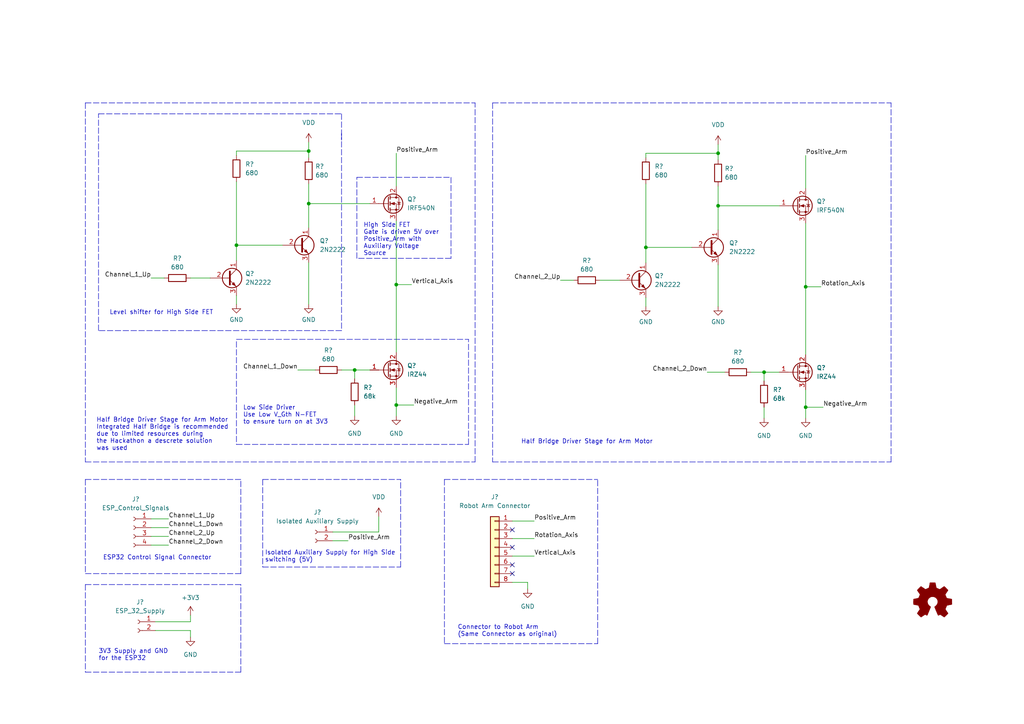
<source format=kicad_sch>
(kicad_sch (version 20211123) (generator eeschema)
  (paper "A4")
  (title_block (title "SCRAPTOR Engine Driver") (date "2022-09-25") (rev "v1") (company "SCRAPTOR Inc,") (comment 1 "Inital Version"))
  (lib_symbols
    (symbol "Connector:Conn_01x02_Female" (pin_names (offset 1.016) hide)
      (property "Reference" "J" (at 0 2.54 0))
      (property "Value" "Conn_01x02_Female" (at 0 -5.08 0))
      (symbol "Conn_01x02_Female_1_1"
        (arc (start 0 -2.032) (mid -0.508 -2.54) (end 0 -3.048) (stroke (width 0.1524)))
        (polyline (pts (xy -1.27 -2.54) (xy -0.508 -2.54)) (stroke (width 0.1524)))
        (polyline (pts (xy -1.27 0) (xy -0.508 0)) (stroke (width 0.1524)))
        (arc (start 0 0.508) (mid -0.508 0) (end 0 -0.508) (stroke (width 0.1524)))
        (pin passive line (at -5.08 0 0) (length 3.81) (name "Pin_1") (number "1"))
        (pin passive line (at -5.08 -2.54 0) (length 3.81) (name "Pin_2") (number "2"))
      )
    )
    (symbol "Connector:Conn_01x04_Female" (pin_names (offset 1.016) hide)
      (property "Reference" "J" (at 0 5.08 0))
      (property "Value" "Conn_01x04_Female" (at 0 -7.62 0))
      (symbol "Conn_01x04_Female_1_1"
        (arc (start 0 -4.572) (mid -0.508 -5.08) (end 0 -5.588) (stroke (width 0.1524)))
        (arc (start 0 -2.032) (mid -0.508 -2.54) (end 0 -3.048) (stroke (width 0.1524)))
        (polyline (pts (xy -1.27 -5.08) (xy -0.508 -5.08)) (stroke (width 0.1524)))
        (polyline (pts (xy -1.27 -2.54) (xy -0.508 -2.54)) (stroke (width 0.1524)))
        (polyline (pts (xy -1.27 0) (xy -0.508 0)) (stroke (width 0.1524)))
        (polyline (pts (xy -1.27 2.54) (xy -0.508 2.54)) (stroke (width 0.1524)))
        (arc (start 0 0.508) (mid -0.508 0) (end 0 -0.508) (stroke (width 0.1524)))
        (arc (start 0 3.048) (mid -0.508 2.54) (end 0 2.032) (stroke (width 0.1524)))
        (pin passive line (at -5.08 2.54 0) (length 3.81) (name "Pin_1") (number "1"))
        (pin passive line (at -5.08 0 0) (length 3.81) (name "Pin_2") (number "2"))
        (pin passive line (at -5.08 -2.54 0) (length 3.81) (name "Pin_3") (number "3"))
        (pin passive line (at -5.08 -5.08 0) (length 3.81) (name "Pin_4") (number "4"))
      )
    )
    (symbol "Connector_Generic:Conn_01x08" (pin_names (offset 1.016) hide)
      (property "Reference" "J" (at 0 10.16 0))
      (property "Value" "Conn_01x08" (at 0 -12.7 0))
      (symbol "Conn_01x08_1_1"
        (rectangle (start -1.27 -10.033) (end 0 -10.287) (stroke (width 0.1524)))
        (rectangle (start -1.27 -7.493) (end 0 -7.747) (stroke (width 0.1524)))
        (rectangle (start -1.27 -4.953) (end 0 -5.207) (stroke (width 0.1524)))
        (rectangle (start -1.27 -2.413) (end 0 -2.667) (stroke (width 0.1524)))
        (rectangle (start -1.27 0.127) (end 0 -0.127) (stroke (width 0.1524)))
        (rectangle (start -1.27 2.667) (end 0 2.413) (stroke (width 0.1524)))
        (rectangle (start -1.27 5.207) (end 0 4.953) (stroke (width 0.1524)))
        (rectangle (start -1.27 7.747) (end 0 7.493) (stroke (width 0.1524)))
        (rectangle (start -1.27 8.89) (end 1.27 -11.43) (stroke (width 0.254)) (fill (type background)))
        (pin passive line (at -5.08 7.62 0) (length 3.81) (name "Pin_1") (number "1"))
        (pin passive line (at -5.08 5.08 0) (length 3.81) (name "Pin_2") (number "2"))
        (pin passive line (at -5.08 2.54 0) (length 3.81) (name "Pin_3") (number "3"))
        (pin passive line (at -5.08 0 0) (length 3.81) (name "Pin_4") (number "4"))
        (pin passive line (at -5.08 -2.54 0) (length 3.81) (name "Pin_5") (number "5"))
        (pin passive line (at -5.08 -5.08 0) (length 3.81) (name "Pin_6") (number "6"))
        (pin passive line (at -5.08 -7.62 0) (length 3.81) (name "Pin_7") (number "7"))
        (pin passive line (at -5.08 -10.16 0) (length 3.81) (name "Pin_8") (number "8"))
      )
    )
    (symbol "Device:R" (pin_numbers hide) (pin_names (offset 0))
      (property "Reference" "R" (at 2.032 0 90))
      (property "Value" "R" (at 0 0 90))
      (symbol "R_0_1"
        (rectangle (start -1.016 -2.54) (end 1.016 2.54) (stroke (width 0.254)))
      )
      (symbol "R_1_1"
        (pin passive line (at 0 3.81 270) (length 1.27) (name "~") (number "1"))
        (pin passive line (at 0 -3.81 90) (length 1.27) (name "~") (number "2"))
      )
    )
    (symbol "Graphic:Logo_Open_Hardware_Small" (pin_names (offset 1.016))
      (symbol "Logo_Open_Hardware_Small_0_1"
        (polyline (pts (xy 3.3528 -4.3434) (xy 3.302 -4.318) (xy 3.175 -4.2418) (xy 2.9972 -4.1148) (xy 2.7686 -3.9624) (xy 2.54 -3.81) (xy 2.3622 -3.7084) (xy 2.2352 -3.6068) (xy 2.1844 -3.5814) (xy 2.159 -3.6068) (xy 2.0574 -3.6576) (xy 1.905 -3.7338) (xy 1.8034 -3.7846) (xy 1.6764 -3.8354) (xy 1.6002 -3.8354) (xy 1.6002 -3.8354) (xy 1.5494 -3.7338) (xy 1.4732 -3.5306) (xy 1.3462 -3.302) (xy 1.2446 -3.0226) (xy 1.1176 -2.7178) (xy 0.9652 -2.413) (xy 0.8636 -2.1082) (xy 0.7366 -1.8288) (xy 0.6604 -1.6256) (xy 0.6096 -1.4732) (xy 0.5842 -1.397) (xy 0.5842 -1.397) (xy 0.6604 -1.3208) (xy 0.7874 -1.2446) (xy 1.0414 -1.016) (xy 1.2954 -0.6858) (xy 1.4478 -0.3302) (xy 1.524 0.0762) (xy 1.4732 0.4572) (xy 1.3208 0.8128) (xy 1.0668 1.143) (xy 0.762 1.3716) (xy 0.4064 1.524) (xy 0 1.5748) (xy -0.381 1.5494) (xy -0.7366 1.397) (xy -1.0668 1.143) (xy -1.2192 0.9906) (xy -1.397 0.6604) (xy -1.524 0.3048) (xy -1.524 0.2286) (xy -1.4986 -0.1778) (xy -1.397 -0.5334) (xy -1.1938 -0.8636) (xy -0.9144 -1.143) (xy -0.8636 -1.1684) (xy -0.7366 -1.27) (xy -0.635 -1.3462) (xy -0.5842 -1.397) (xy -1.0668 -2.5908) (xy -1.143 -2.794) (xy -1.2954 -3.1242) (xy -1.397 -3.4036) (xy -1.4986 -3.6322) (xy -1.5748 -3.7846) (xy -1.6002 -3.8354) (xy -1.6002 -3.8354) (xy -1.651 -3.8354) (xy -1.7272 -3.81) (xy -1.905 -3.7338) (xy -2.0066 -3.683) (xy -2.1336 -3.6068) (xy -2.2098 -3.5814) (xy -2.2606 -3.6068) (xy -2.3622 -3.683) (xy -2.54 -3.81) (xy -2.7686 -3.9624) (xy -2.9718 -4.0894) (xy -3.1496 -4.2164) (xy -3.302 -4.318) (xy -3.3528 -4.3434) (xy -3.3782 -4.3434) (xy -3.429 -4.318) (xy -3.5306 -4.2164) (xy -3.7084 -4.064) (xy -3.937 -3.8354) (xy -3.9624 -3.81) (xy -4.1656 -3.6068) (xy -4.318 -3.4544) (xy -4.4196 -3.3274) (xy -4.445 -3.2766) (xy -4.445 -3.2766) (xy -4.4196 -3.2258) (xy -4.318 -3.0734) (xy -4.2164 -2.8956) (xy -4.064 -2.667) (xy -3.6576 -2.0828) (xy -3.8862 -1.5494) (xy -3.937 -1.3716) (xy -4.0386 -1.1684) (xy -4.0894 -1.0414) (xy -4.1148 -0.9652) (xy -4.191 -0.9398) (xy -4.318 -0.9144) (xy -4.5466 -0.8636) (xy -4.8006 -0.8128) (xy -5.0546 -0.7874) (xy -5.2578 -0.7366) (xy -5.4356 -0.7112) (xy -5.5118 -0.6858) (xy -5.5118 -0.6858) (xy -5.5372 -0.635) (xy -5.5372 -0.5588) (xy -5.5372 -0.4318) (xy -5.5626 -0.2286) (xy -5.5626 0.0762) (xy -5.5626 0.127) (xy -5.5372 0.4064) (xy -5.5372 0.635) (xy -5.5372 0.762) (xy -5.5372 0.8382) (xy -5.5372 0.8382) (xy -5.461 0.8382) (xy -5.3086 0.889) (xy -5.08 0.9144) (xy -4.826 0.9652) (xy -4.8006 0.9906) (xy -4.5466 1.0414) (xy -4.318 1.0668) (xy -4.1656 1.1176) (xy -4.0894 1.143) (xy -4.0894 1.143) (xy -4.0386 1.2446) (xy -3.9624 1.4224) (xy -3.8608 1.6256) (xy -3.7846 1.8288) (xy -3.7084 2.0066) (xy -3.6576 2.159) (xy -3.6322 2.2098) (xy -3.6322 2.2098) (xy -3.683 2.286) (xy -3.7592 2.413) (xy -3.8862 2.5908) (xy -4.064 2.8194) (xy -4.064 2.8448) (xy -4.2164 3.0734) (xy -4.3434 3.2512) (xy -4.4196 3.3782) (xy -4.445 3.4544) (xy -4.445 3.4544) (xy -4.3942 3.5052) (xy -4.2926 3.6322) (xy -4.1148 3.81) (xy -3.937 4.0132) (xy -3.8608 4.064) (xy -3.6576 4.2926) (xy -3.5052 4.4196) (xy -3.4036 4.4958) (xy -3.3528 4.5212) (xy -3.3528 4.5212) (xy -3.302 4.4704) (xy -3.1496 4.3688) (xy -2.9718 4.2418) (xy -2.7432 4.0894) (xy -2.7178 4.0894) (xy -2.4892 3.937) (xy -2.3114 3.81) (xy -2.1844 3.7084) (xy -2.1336 3.683) (xy -2.1082 3.683) (xy -2.032 3.7084) (xy -1.8542 3.7592) (xy -1.6764 3.8354) (xy -1.4732 3.937) (xy -1.27 4.0132) (xy -1.143 4.064) (xy -1.0668 4.1148) (xy -1.0668 4.1148) (xy -1.0414 4.191) (xy -1.016 4.3434) (xy -0.9652 4.572) (xy -0.9144 4.8514) (xy -0.889 4.9022) (xy -0.8382 5.1562) (xy -0.8128 5.3848) (xy -0.7874 5.5372) (xy -0.762 5.588) (xy -0.7112 5.6134) (xy -0.5842 5.6134) (xy -0.4064 5.6134) (xy -0.1524 5.6134) (xy 0.0762 5.6134) (xy 0.3302 5.6134) (xy 0.5334 5.6134) (xy 0.6858 5.588) (xy 0.7366 5.588) (xy 0.7366 5.588) (xy 0.762 5.5118) (xy 0.8128 5.334) (xy 0.8382 5.1054) (xy 0.9144 4.826) (xy 0.9144 4.7752) (xy 0.9652 4.5212) (xy 1.016 4.2926) (xy 1.0414 4.1402) (xy 1.0668 4.0894) (xy 1.0668 4.0894) (xy 1.1938 4.0386) (xy 1.3716 3.9624) (xy 1.5748 3.8608) (xy 2.0828 3.6576) (xy 2.7178 4.0894) (xy 2.7686 4.1402) (xy 2.9972 4.2926) (xy 3.175 4.4196) (xy 3.302 4.4958) (xy 3.3782 4.5212) (xy 3.3782 4.5212) (xy 3.429 4.4704) (xy 3.556 4.3434) (xy 3.7338 4.191) (xy 3.9116 3.9878) (xy 4.064 3.8354) (xy 4.2418 3.6576) (xy 4.3434 3.556) (xy 4.4196 3.4798) (xy 4.4196 3.429) (xy 4.4196 3.4036) (xy 4.3942 3.3274) (xy 4.2926 3.2004) (xy 4.1656 2.9972) (xy 4.0132 2.794) (xy 3.8862 2.5908) (xy 3.7592 2.3876) (xy 3.6576 2.2352) (xy 3.6322 2.159) (xy 3.6322 2.1336) (xy 3.683 2.0066) (xy 3.7592 1.8288) (xy 3.8608 1.6002) (xy 4.064 1.1176) (xy 4.3942 1.0414) (xy 4.5974 1.016) (xy 4.8768 0.9652) (xy 5.1308 0.9144) (xy 5.5372 0.8382) (xy 5.5626 -0.6604) (xy 5.4864 -0.6858) (xy 5.4356 -0.6858) (xy 5.2832 -0.7366) (xy 5.0546 -0.762) (xy 4.8006 -0.8128) (xy 4.5974 -0.8636) (xy 4.3688 -0.9144) (xy 4.2164 -0.9398) (xy 4.1402 -0.9398) (xy 4.1148 -0.9652) (xy 4.064 -1.0668) (xy 3.9878 -1.2446) (xy 3.9116 -1.4478) (xy 3.81 -1.651) (xy 3.7338 -1.8542) (xy 3.683 -2.0066) (xy 3.6576 -2.0828) (xy 3.683 -2.1336) (xy 3.7846 -2.2606) (xy 3.8862 -2.4638) (xy 4.0386 -2.667) (xy 4.191 -2.8956) (xy 4.318 -3.0734) (xy 4.3942 -3.2004) (xy 4.445 -3.2766) (xy 4.4196 -3.3274) (xy 4.3434 -3.429) (xy 4.1656 -3.5814) (xy 3.937 -3.8354) (xy 3.8862 -3.8608) (xy 3.683 -4.064) (xy 3.5306 -4.2164) (xy 3.4036 -4.318) (xy 3.3528 -4.3434)) (fill (type outline)))
      )
    )
    (symbol "Transistor_BJT:BC547" (pin_names (offset 0) hide)
      (property "Reference" "Q" (at 5.08 1.905 0))
      (property "Value" "BC547" (at 5.08 0 0))
      (symbol "BC547_0_1"
        (polyline (pts (xy 0 0) (xy 0.635 0)))
        (polyline (pts (xy 0.635 0.635) (xy 2.54 2.54)))
        (polyline (pts (xy 0.635 -0.635) (xy 2.54 -2.54) (xy 2.54 -2.54)))
        (polyline (pts (xy 0.635 1.905) (xy 0.635 -1.905) (xy 0.635 -1.905)) (stroke (width 0.508)))
        (polyline (pts (xy 1.27 -1.778) (xy 1.778 -1.27) (xy 2.286 -2.286) (xy 1.27 -1.778) (xy 1.27 -1.778)) (fill (type outline)))
        (circle (center 1.27 0) (radius 2.8194) (stroke (width 0.254)))
      )
      (symbol "BC547_1_1"
        (pin passive line (at 2.54 5.08 270) (length 2.54) (name "C") (number "1"))
        (pin input line (at -5.08 0 0) (length 5.08) (name "B") (number "2"))
        (pin passive line (at 2.54 -5.08 90) (length 2.54) (name "E") (number "3"))
      )
    )
    (symbol "Transistor_FET:IRF540N" (pin_names hide)
      (property "Reference" "Q" (at 6.35 1.905 0))
      (property "Value" "IRF540N" (at 6.35 0 0))
      (symbol "IRF540N_0_1"
        (polyline (pts (xy 0.254 0) (xy -2.54 0)))
        (polyline (pts (xy 0.254 1.905) (xy 0.254 -1.905)) (stroke (width 0.254)))
        (polyline (pts (xy 0.762 -1.27) (xy 0.762 -2.286)) (stroke (width 0.254)))
        (polyline (pts (xy 0.762 0.508) (xy 0.762 -0.508)) (stroke (width 0.254)))
        (polyline (pts (xy 0.762 2.286) (xy 0.762 1.27)) (stroke (width 0.254)))
        (polyline (pts (xy 2.54 2.54) (xy 2.54 1.778)))
        (polyline (pts (xy 2.54 -2.54) (xy 2.54 0) (xy 0.762 0)))
        (polyline (pts (xy 0.762 -1.778) (xy 3.302 -1.778) (xy 3.302 1.778) (xy 0.762 1.778)))
        (polyline (pts (xy 1.016 0) (xy 2.032 0.381) (xy 2.032 -0.381) (xy 1.016 0)) (fill (type outline)))
        (polyline (pts (xy 2.794 0.508) (xy 2.921 0.381) (xy 3.683 0.381) (xy 3.81 0.254)))
        (polyline (pts (xy 3.302 0.381) (xy 2.921 -0.254) (xy 3.683 -0.254) (xy 3.302 0.381)))
        (circle (center 1.651 0) (radius 2.794) (stroke (width 0.254)))
        (circle (center 2.54 -1.778) (radius 0.254) (fill (type outline)))
        (circle (center 2.54 1.778) (radius 0.254) (fill (type outline)))
      )
      (symbol "IRF540N_1_1"
        (pin input line (at -5.08 0 0) (length 2.54) (name "G") (number "1"))
        (pin passive line (at 2.54 5.08 270) (length 2.54) (name "D") (number "2"))
        (pin passive line (at 2.54 -5.08 90) (length 2.54) (name "S") (number "3"))
      )
    )
    (symbol "power:+3V3" (power) (pin_names (offset 0))
      (property "Value" "+3V3" (at 0 3.556 0))
      (symbol "+3V3_0_1"
        (polyline (pts (xy -0.762 1.27) (xy 0 2.54)))
        (polyline (pts (xy 0 0) (xy 0 2.54)))
        (polyline (pts (xy 0 2.54) (xy 0.762 1.27)))
      )
      (symbol "+3V3_1_1"
        (pin power_in line (at 0 0 90) (length 0) hide (name "+3V3") (number "1"))
      )
    )
    (symbol "power:GND" (power) (pin_names (offset 0))
      (property "Value" "GND" (at 0 -3.81 0))
      (symbol "GND_0_1"
        (polyline (pts (xy 0 0) (xy 0 -1.27) (xy 1.27 -1.27) (xy 0 -2.54) (xy -1.27 -1.27) (xy 0 -1.27)))
      )
      (symbol "GND_1_1"
        (pin power_in line (at 0 0 270) (length 0) hide (name "GND") (number "1"))
      )
    )
    (symbol "power:VDD" (power) (pin_names (offset 0))
      (property "Value" "VDD" (at 0 3.81 0))
      (symbol "VDD_0_1"
        (polyline (pts (xy -0.762 1.27) (xy 0 2.54)))
        (polyline (pts (xy 0 0) (xy 0 2.54)))
        (polyline (pts (xy 0 2.54) (xy 0.762 1.27)))
      )
      (symbol "VDD_1_1"
        (pin power_in line (at 0 0 90) (length 0) hide (name "VDD") (number "1"))
      )
    )
  )
  (junction (at 102.87 107.315))
  (junction (at 221.615 107.95))
  (junction (at 233.68 83.185))
  (junction (at 89.535 43.815))
  (junction (at 233.68 118.11))
  (junction (at 187.325 71.755))
  (junction (at 114.935 117.475))
  (junction (at 89.535 59.055))
  (junction (at 208.28 59.69))
  (junction (at 114.935 82.55))
  (junction (at 208.28 44.45))
  (junction (at 68.58 71.12))
  (no_connect (at 148.59 163.83))
  (no_connect (at 148.59 153.67))
  (no_connect (at 148.59 158.75))
  (no_connect (at 148.59 166.37))
  (wire (pts (xy 233.68 113.03) (xy 233.68 118.11)))
  (polyline (pts (xy 128.905 139.065) (xy 128.905 186.69)))
  (wire (pts (xy 43.815 80.645) (xy 47.625 80.645)))
  (wire (pts (xy 102.87 107.315) (xy 107.315 107.315)))
  (wire (pts (xy 96.52 156.845) (xy 100.965 156.845)))
  (wire (pts (xy 102.87 107.315) (xy 102.87 109.855)))
  (wire (pts (xy 148.59 156.21) (xy 154.94 156.21)))
  (polyline (pts (xy 24.765 169.545) (xy 69.85 169.545)))
  (polyline (pts (xy 69.85 194.945) (xy 69.85 169.545)))
  (wire (pts (xy 89.535 59.055) (xy 89.535 66.04)))
  (polyline (pts (xy 99.06 33.02) (xy 99.06 40.64)))
  (wire (pts (xy 187.325 44.45) (xy 187.325 45.72)))
  (wire (pts (xy 221.615 107.95) (xy 221.615 110.49)))
  (wire (pts (xy 208.28 53.975) (xy 208.28 59.69)))
  (wire (pts (xy 208.28 76.835) (xy 208.28 88.9)))
  (wire (pts (xy 187.325 71.755) (xy 200.66 71.755)))
  (wire (pts (xy 68.58 71.12) (xy 81.915 71.12)))
  (wire (pts (xy 68.58 71.12) (xy 68.58 75.565)))
  (wire (pts (xy 187.325 53.34) (xy 187.325 71.755)))
  (polyline (pts (xy 103.505 51.435) (xy 130.81 51.435)))
  (wire (pts (xy 68.58 85.725) (xy 68.58 88.265)))
  (polyline (pts (xy 76.2 164.465) (xy 116.205 164.465)))
  (polyline (pts (xy 258.445 133.985) (xy 258.445 29.845)))
  (wire (pts (xy 233.68 45.085) (xy 233.68 54.61)))
  (wire (pts (xy 68.58 52.705) (xy 68.58 71.12)))
  (wire (pts (xy 187.325 71.755) (xy 187.325 76.2)))
  (wire (pts (xy 208.28 59.69) (xy 208.28 66.675)))
  (wire (pts (xy 208.28 44.45) (xy 187.325 44.45)))
  (wire (pts (xy 68.58 43.815) (xy 68.58 45.085)))
  (polyline (pts (xy 24.765 139.065) (xy 24.765 166.37)))
  (wire (pts (xy 43.815 153.035) (xy 48.895 153.035)))
  (wire (pts (xy 55.245 180.34) (xy 45.085 180.34)))
  (polyline (pts (xy 68.58 128.905) (xy 135.89 128.905)))
  (wire (pts (xy 55.245 184.785) (xy 55.245 182.88)))
  (wire (pts (xy 187.325 86.36) (xy 187.325 88.9)))
  (wire (pts (xy 55.245 182.88) (xy 45.085 182.88)))
  (polyline (pts (xy 76.2 139.065) (xy 116.205 139.065)))
  (polyline (pts (xy 68.58 98.425) (xy 135.89 98.425)))
  (wire (pts (xy 233.68 64.77) (xy 233.68 83.185)))
  (polyline (pts (xy 24.765 166.37) (xy 69.85 166.37)))
  (wire (pts (xy 153.035 168.91) (xy 148.59 168.91)))
  (wire (pts (xy 109.855 154.305) (xy 96.52 154.305)))
  (wire (pts (xy 89.535 76.2) (xy 89.535 88.265)))
  (wire (pts (xy 55.245 178.435) (xy 55.245 180.34)))
  (polyline (pts (xy 24.765 194.945) (xy 69.85 194.945)))
  (wire (pts (xy 208.28 41.91) (xy 208.28 44.45)))
  (wire (pts (xy 114.935 82.55) (xy 119.38 82.55)))
  (polyline (pts (xy 68.58 99.06) (xy 68.58 128.905)))
  (wire (pts (xy 109.855 149.86) (xy 109.855 154.305)))
  (wire (pts (xy 114.935 112.395) (xy 114.935 117.475)))
  (wire (pts (xy 221.615 107.95) (xy 226.06 107.95)))
  (polyline (pts (xy 24.765 133.985) (xy 137.795 133.985)))
  (wire (pts (xy 99.06 107.315) (xy 102.87 107.315)))
  (wire (pts (xy 233.68 118.11) (xy 233.68 121.285)))
  (wire (pts (xy 86.36 107.315) (xy 91.44 107.315)))
  (wire (pts (xy 114.935 64.135) (xy 114.935 82.55)))
  (polyline (pts (xy 69.85 166.37) (xy 69.85 139.065)))
  (polyline (pts (xy 128.905 139.065) (xy 173.355 139.065)))
  (wire (pts (xy 114.935 117.475) (xy 120.015 117.475)))
  (wire (pts (xy 102.87 117.475) (xy 102.87 120.65)))
  (polyline (pts (xy 137.795 133.985) (xy 137.795 29.845)))
  (wire (pts (xy 114.935 82.55) (xy 114.935 102.235)))
  (wire (pts (xy 43.815 155.575) (xy 48.895 155.575)))
  (wire (pts (xy 114.935 117.475) (xy 114.935 120.65)))
  (polyline (pts (xy 103.505 74.93) (xy 103.505 51.435)))
  (wire (pts (xy 89.535 43.815) (xy 89.535 45.72)))
  (wire (pts (xy 217.805 107.95) (xy 221.615 107.95)))
  (polyline (pts (xy 76.2 139.065) (xy 76.2 164.465)))
  (wire (pts (xy 233.68 83.185) (xy 233.68 102.87)))
  (wire (pts (xy 89.535 53.34) (xy 89.535 59.055)))
  (wire (pts (xy 205.105 107.95) (xy 210.185 107.95)))
  (wire (pts (xy 148.59 151.13) (xy 154.94 151.13)))
  (wire (pts (xy 89.535 43.815) (xy 68.58 43.815)))
  (polyline (pts (xy 99.06 95.885) (xy 28.575 95.885)))
  (polyline (pts (xy 142.875 29.845) (xy 142.875 133.985)))
  (wire (pts (xy 43.815 150.495) (xy 48.895 150.495)))
  (polyline (pts (xy 128.905 186.69) (xy 173.355 186.69)))
  (polyline (pts (xy 24.765 29.845) (xy 24.765 133.985)))
  (polyline (pts (xy 135.89 128.905) (xy 135.89 98.425)))
  (polyline (pts (xy 28.575 95.885) (xy 28.575 33.02)))
  (wire (pts (xy 114.935 44.45) (xy 114.935 53.975)))
  (polyline (pts (xy 24.765 29.845) (xy 137.795 29.845)))
  (wire (pts (xy 233.68 118.11) (xy 238.76 118.11)))
  (polyline (pts (xy 28.575 33.02) (xy 99.06 33.02)))
  (polyline (pts (xy 130.81 74.93) (xy 103.505 74.93)))
  (polyline (pts (xy 24.765 139.065) (xy 69.85 139.065)))
  (wire (pts (xy 107.315 59.055) (xy 89.535 59.055)))
  (wire (pts (xy 173.99 81.28) (xy 179.705 81.28)))
  (wire (pts (xy 153.035 170.815) (xy 153.035 168.91)))
  (polyline (pts (xy 142.875 133.985) (xy 258.445 133.985)))
  (wire (pts (xy 162.56 81.28) (xy 166.37 81.28)))
  (wire (pts (xy 221.615 118.11) (xy 221.615 121.285)))
  (polyline (pts (xy 130.81 51.435) (xy 130.81 74.93)))
  (wire (pts (xy 148.59 161.29) (xy 154.94 161.29)))
  (polyline (pts (xy 24.765 169.545) (xy 24.765 194.945)))
  (polyline (pts (xy 173.355 186.69) (xy 173.355 139.065)))
  (wire (pts (xy 55.245 80.645) (xy 60.96 80.645)))
  (wire (pts (xy 208.28 44.45) (xy 208.28 46.355)))
  (wire (pts (xy 226.06 59.69) (xy 208.28 59.69)))
  (wire (pts (xy 43.815 158.115) (xy 48.895 158.115)))
  (wire (pts (xy 89.535 41.275) (xy 89.535 43.815)))
  (polyline (pts (xy 142.875 29.845) (xy 258.445 29.845)))
  (polyline (pts (xy 99.06 38.735) (xy 99.06 95.885)))
  (polyline (pts (xy 116.205 164.465) (xy 116.205 139.065)))
  (wire (pts (xy 233.68 83.185) (xy 238.125 83.185)))
  (text "Level shifter for High Side FET" (at 31.75 91.44 0) (effects (font (size 1.27 1.27)) (justify left bottom)))
  (text "Low Side Driver\nUse Low V_Gth N-FET\nto ensure turn on at 3V3" (at 70.485 123.19 0) (effects (font (size 1.27 1.27)) (justify left bottom)))
  (text "Isolated Auxiliary Supply for High Side\nswitching (5V) " (at 76.835 163.195 0) (effects (font (size 1.27 1.27)) (justify left bottom)))
  (text "ESP32 Control Signal Connector" (at 29.845 162.56 0) (effects (font (size 1.27 1.27)) (justify left bottom)))
  (text "High Side FET\nGate is driven 5V over \nPositive_Arm with \nAuxiliary Voltage\nSource" (at 105.41 74.295 0) (effects (font (size 1.27 1.27)) (justify left bottom)))
  (text "Connector to Robot Arm\n(Same Connector as original)" (at 132.715 184.785 0) (effects (font (size 1.27 1.27)) (justify left bottom)))
  (text "3V3 Supply and GND\nfor the ESP32" (at 28.575 191.77 0) (effects (font (size 1.27 1.27)) (justify left bottom)))
  (text "Half Bridge Dríver Stage for Arm Motor\nIntegrated Half Bridge is recommended\ndue to limited resources during\nthe Hackathon a descrete solution\nwas used" (at 27.94 130.81 0) (effects (font (size 1.27 1.27)) (justify left bottom)))
  (text "Half Bridge Dríver Stage for Arm Motor\n" (at 151.13 128.905 0) (effects (font (size 1.27 1.27)) (justify left bottom)))
  (label "Rotation_Axis" (at 154.94 156.21 0))
  (label "Channel_2_Up" (at 48.895 155.575 0))
  (label "Positive_Arm" (at 114.935 44.45 0))
  (label "Channel_2_Up" (at 162.56 81.28 180))
  (label "Vertical_Axis" (at 119.38 82.55 0))
  (label "Negative_Arm" (at 238.76 118.11 0))
  (label "Positive_Arm" (at 154.94 151.13 0))
  (label "Rotation_Axis" (at 238.125 83.185 0))
  (label "Channel_2_Down" (at 48.895 158.115 0))
  (label "Positive_Arm" (at 100.965 156.845 0))
  (label "Channel_1_Down" (at 86.36 107.315 180))
  (label "Vertical_Axis" (at 154.94 161.29 0))
  (label "Channel_1_Up" (at 48.895 150.495 0))
  (label "Channel_2_Down" (at 205.105 107.95 180))
  (label "Positive_Arm" (at 233.68 45.085 0))
  (label "Channel_1_Down" (at 48.895 153.035 0))
  (label "Channel_1_Up" (at 43.815 80.645 180))
  (label "Negative_Arm" (at 120.015 117.475 0))
  (symbol (lib_id "Connector_Generic:Conn_01x08") (at 143.51 158.75 0) (mirror y) (unit 1)
    (property "Reference" "J?" (at 143.51 144.145 0))
    (property "Value" "Robot Arm Connector" (at 143.51 146.685 0))
  )
  (symbol (lib_id "power:GND") (at 55.245 184.785 0) (unit 1)
    (property "Reference" "#PWR?" (effects hide))
    (property "Value" "GND" (at 55.245 189.865 0))
  )
  (symbol (lib_id "power:VDD") (at 109.855 149.86 0) (unit 1)
    (property "Reference" "#PWR?" (effects hide))
    (property "Value" "VDD" (at 109.855 144.145 0))
  )
  (symbol (lib_id "Device:R") (at 187.325 49.53 0) (unit 1)
    (property "Reference" "R?" (at 189.865 48.2599 0) (effects (justify left)))
    (property "Value" "680" (at 189.865 50.7999 0) (effects (justify left)))
  )
  (symbol (lib_id "power:GND") (at 208.28 88.9 0) (unit 1)
    (property "Reference" "#PWR?" (effects hide))
    (property "Value" "GND" (at 208.28 93.345 0))
  )
  (symbol (lib_id "Device:R") (at 170.18 81.28 90) (unit 1)
    (property "Reference" "R?" (at 170.18 75.565 90))
    (property "Value" "680" (at 170.18 78.105 90))
  )
  (symbol (lib_id "Graphic:Logo_Open_Hardware_Small") (at 270.51 174.625 0) (unit 1)
    (property "Reference" "#LOGO?" (effects hide))
    (property "Value" "Logo_Open_Hardware_Small" (effects hide))
  )
  (symbol (lib_id "Connector:Conn_01x04_Female") (at 38.735 153.035 0) (mirror y) (unit 1)
    (property "Reference" "J?" (at 39.37 144.78 0))
    (property "Value" "ESP_Control_Signals" (at 39.37 147.32 0))
  )
  (symbol (lib_id "Device:R") (at 95.25 107.315 90) (unit 1)
    (property "Reference" "R?" (at 95.25 101.6 90))
    (property "Value" "680" (at 95.25 104.14 90))
  )
  (symbol (lib_id "power:GND") (at 114.935 120.65 0) (unit 1)
    (property "Reference" "#PWR?" (effects hide))
    (property "Value" "GND" (at 114.935 125.73 0))
  )
  (symbol (lib_id "power:GND") (at 89.535 88.265 0) (unit 1)
    (property "Reference" "#PWR?" (effects hide))
    (property "Value" "GND" (at 89.535 92.71 0))
  )
  (symbol (lib_id "power:VDD") (at 89.535 41.275 0) (unit 1)
    (property "Reference" "#PWR?" (effects hide))
    (property "Value" "VDD" (at 89.535 35.56 0))
  )
  (symbol (lib_id "power:VDD") (at 208.28 41.91 0) (unit 1)
    (property "Reference" "#PWR?" (effects hide))
    (property "Value" "VDD" (at 208.28 36.195 0))
  )
  (symbol (lib_id "Device:R") (at 208.28 50.165 0) (unit 1)
    (property "Reference" "R?" (at 210.185 48.8949 0) (effects (justify left)))
    (property "Value" "680" (at 210.185 51.4349 0) (effects (justify left)))
  )
  (symbol (lib_id "power:+3V3") (at 55.245 178.435 0) (unit 1)
    (property "Reference" "#PWR?" (effects hide))
    (property "Value" "+3V3" (at 55.245 173.355 0))
  )
  (symbol (lib_id "power:GND") (at 153.035 170.815 0) (unit 1)
    (property "Reference" "#PWR?" (effects hide))
    (property "Value" "GND" (at 153.035 175.895 0))
  )
  (symbol (lib_id "Connector:Conn_01x02_Female") (at 40.005 180.34 0) (mirror y) (unit 1)
    (property "Reference" "J?" (at 40.64 174.625 0))
    (property "Value" "ESP_32_Supply" (at 40.64 177.165 0))
  )
  (symbol (lib_id "Transistor_FET:IRF540N") (at 231.14 59.69 0) (unit 1)
    (property "Reference" "Q?" (at 236.855 58.4199 0) (effects (justify left)))
    (property "Value" "IRF540N" (at 236.855 60.9599 0) (effects (justify left)))
    (property "Footprint" "Package_TO_SOT_THT:TO-220-3_Vertical" (effects hide))
    (property "Datasheet" "http://www.irf.com/product-info/datasheets/data/irf540n.pdf" (effects hide))
  )
  (symbol (lib_id "Transistor_BJT:BC547") (at 184.785 81.28 0) (unit 1)
    (property "Reference" "Q?" (at 189.865 80.0099 0) (effects (justify left)))
    (property "Value" "2N2222" (at 189.865 82.5499 0) (effects (justify left)))
    (property "Footprint" "Package_TO_SOT_THT:TO-92_Inline" (effects hide))
    (property "Datasheet" "https://www.onsemi.com/pub/Collateral/BC550-D.pdf" (effects hide))
  )
  (symbol (lib_id "power:GND") (at 187.325 88.9 0) (unit 1)
    (property "Reference" "#PWR?" (effects hide))
    (property "Value" "GND" (at 187.325 93.345 0))
  )
  (symbol (lib_id "Transistor_FET:IRF540N") (at 112.395 107.315 0) (unit 1)
    (property "Reference" "Q?" (at 118.11 106.0449 0) (effects (justify left)))
    (property "Value" "IRZ44" (at 118.11 108.5849 0) (effects (justify left)))
    (property "Footprint" "Package_TO_SOT_THT:TO-220-3_Vertical" (effects hide))
    (property "Datasheet" "http://www.irf.com/product-info/datasheets/data/irf540n.pdf" (effects hide))
  )
  (symbol (lib_id "Device:R") (at 68.58 48.895 0) (unit 1)
    (property "Reference" "R?" (at 71.12 47.6249 0) (effects (justify left)))
    (property "Value" "680" (at 71.12 50.1649 0) (effects (justify left)))
  )
  (symbol (lib_id "Transistor_BJT:BC547") (at 86.995 71.12 0) (unit 1)
    (property "Reference" "Q?" (at 92.71 69.8499 0) (effects (justify left)))
    (property "Value" "2N2222" (at 92.71 72.3899 0) (effects (justify left)))
    (property "Footprint" "Package_TO_SOT_THT:TO-92_Inline" (effects hide))
    (property "Datasheet" "https://www.onsemi.com/pub/Collateral/BC550-D.pdf" (effects hide))
  )
  (symbol (lib_id "Device:R") (at 102.87 113.665 0) (unit 1)
    (property "Reference" "R?" (at 105.41 112.3949 0) (effects (justify left)))
    (property "Value" "68k" (at 105.41 114.9349 0) (effects (justify left)))
  )
  (symbol (lib_id "power:GND") (at 221.615 121.285 0) (unit 1)
    (property "Reference" "#PWR?" (effects hide))
    (property "Value" "GND" (at 221.615 126.365 0))
  )
  (symbol (lib_id "Transistor_BJT:BC547") (at 66.04 80.645 0) (unit 1)
    (property "Reference" "Q?" (at 71.12 79.3749 0) (effects (justify left)))
    (property "Value" "2N2222" (at 71.12 81.9149 0) (effects (justify left)))
    (property "Footprint" "Package_TO_SOT_THT:TO-92_Inline" (effects hide))
    (property "Datasheet" "https://www.onsemi.com/pub/Collateral/BC550-D.pdf" (effects hide))
  )
  (symbol (lib_id "Transistor_FET:IRF540N") (at 112.395 59.055 0) (unit 1)
    (property "Reference" "Q?" (at 118.11 57.7849 0) (effects (justify left)))
    (property "Value" "IRF540N" (at 118.11 60.3249 0) (effects (justify left)))
    (property "Footprint" "Package_TO_SOT_THT:TO-220-3_Vertical" (effects hide))
    (property "Datasheet" "http://www.irf.com/product-info/datasheets/data/irf540n.pdf" (effects hide))
  )
  (symbol (lib_id "power:GND") (at 68.58 88.265 0) (unit 1)
    (property "Reference" "#PWR?" (effects hide))
    (property "Value" "GND" (at 68.58 92.71 0))
  )
  (symbol (lib_id "Device:R") (at 51.435 80.645 90) (unit 1)
    (property "Reference" "R?" (at 51.435 74.93 90))
    (property "Value" "680" (at 51.435 77.47 90))
  )
  (symbol (lib_id "Device:R") (at 89.535 49.53 0) (unit 1)
    (property "Reference" "R?" (at 91.44 48.2599 0) (effects (justify left)))
    (property "Value" "680" (at 91.44 50.7999 0) (effects (justify left)))
  )
  (symbol (lib_id "Transistor_BJT:BC547") (at 205.74 71.755 0) (unit 1)
    (property "Reference" "Q?" (at 211.455 70.4849 0) (effects (justify left)))
    (property "Value" "2N2222" (at 211.455 73.0249 0) (effects (justify left)))
    (property "Footprint" "Package_TO_SOT_THT:TO-92_Inline" (effects hide))
    (property "Datasheet" "https://www.onsemi.com/pub/Collateral/BC550-D.pdf" (effects hide))
  )
  (symbol (lib_id "Device:R") (at 221.615 114.3 0) (unit 1)
    (property "Reference" "R?" (at 224.155 113.0299 0) (effects (justify left)))
    (property "Value" "68k" (at 224.155 115.5699 0) (effects (justify left)))
  )
  (symbol (lib_id "Device:R") (at 213.995 107.95 90) (unit 1)
    (property "Reference" "R?" (at 213.995 102.235 90))
    (property "Value" "680" (at 213.995 104.775 90))
  )
  (symbol (lib_id "power:GND") (at 102.87 120.65 0) (unit 1)
    (property "Reference" "#PWR?" (effects hide))
    (property "Value" "GND" (at 102.87 125.73 0))
  )
  (symbol (lib_id "power:GND") (at 233.68 121.285 0) (unit 1)
    (property "Reference" "#PWR?" (effects hide))
    (property "Value" "GND" (at 233.68 126.365 0))
  )
  (symbol (lib_id "Connector:Conn_01x02_Female") (at 91.44 154.305 0) (mirror y) (unit 1)
    (property "Reference" "J?" (at 92.075 148.59 0))
    (property "Value" "Isolated Auxiliary Supply" (at 92.075 151.13 0))
  )
  (symbol (lib_id "Transistor_FET:IRF540N") (at 231.14 107.95 0) (unit 1)
    (property "Reference" "Q?" (at 236.855 106.6799 0) (effects (justify left)))
    (property "Value" "IRZ44" (at 236.855 109.2199 0) (effects (justify left)))
    (property "Footprint" "Package_TO_SOT_THT:TO-220-3_Vertical" (effects hide))
    (property "Datasheet" "http://www.irf.com/product-info/datasheets/data/irf540n.pdf" (effects hide))
  )
)
</source>
